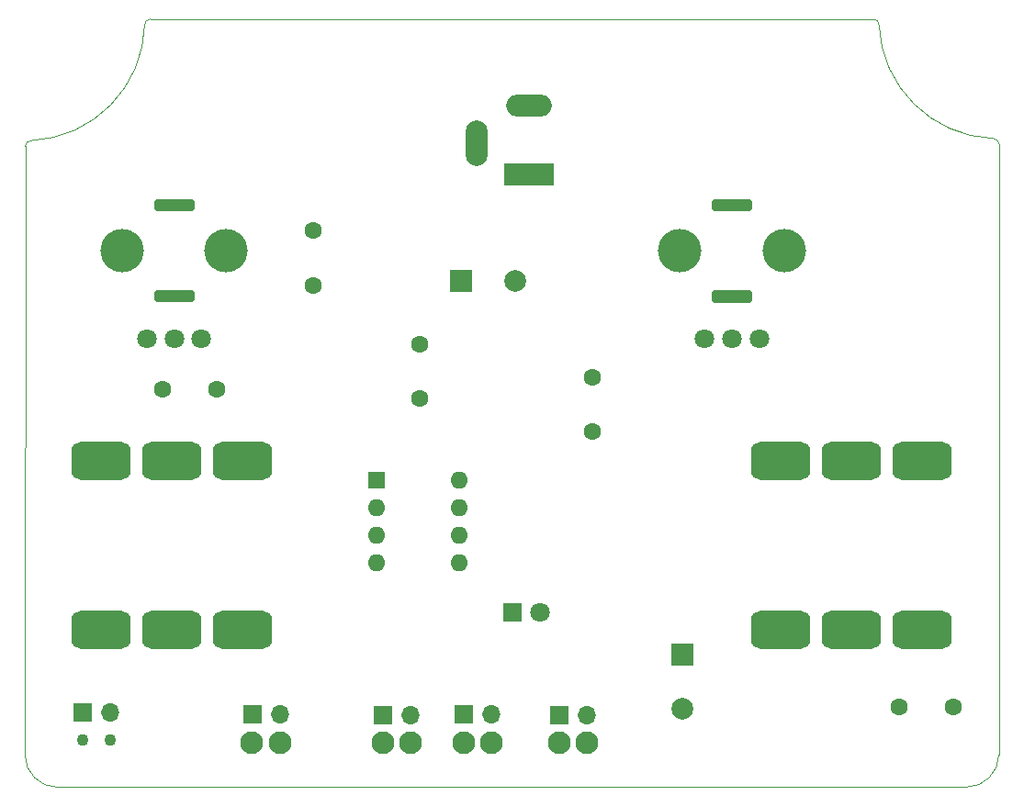
<source format=gbr>
%TF.GenerationSoftware,KiCad,Pcbnew,(6.0.0-0)*%
%TF.CreationDate,2022-01-31T16:21:45-05:00*%
%TF.ProjectId,Valve Wizard Cab Sim,56616c76-6520-4576-997a-617264204361,rev?*%
%TF.SameCoordinates,PX187ff90PY69be500*%
%TF.FileFunction,Soldermask,Bot*%
%TF.FilePolarity,Negative*%
%FSLAX46Y46*%
G04 Gerber Fmt 4.6, Leading zero omitted, Abs format (unit mm)*
G04 Created by KiCad (PCBNEW (6.0.0-0)) date 2022-01-31 16:21:45*
%MOMM*%
%LPD*%
G01*
G04 APERTURE LIST*
G04 Aperture macros list*
%AMRoundRect*
0 Rectangle with rounded corners*
0 $1 Rounding radius*
0 $2 $3 $4 $5 $6 $7 $8 $9 X,Y pos of 4 corners*
0 Add a 4 corners polygon primitive as box body*
4,1,4,$2,$3,$4,$5,$6,$7,$8,$9,$2,$3,0*
0 Add four circle primitives for the rounded corners*
1,1,$1+$1,$2,$3*
1,1,$1+$1,$4,$5*
1,1,$1+$1,$6,$7*
1,1,$1+$1,$8,$9*
0 Add four rect primitives between the rounded corners*
20,1,$1+$1,$2,$3,$4,$5,0*
20,1,$1+$1,$4,$5,$6,$7,0*
20,1,$1+$1,$6,$7,$8,$9,0*
20,1,$1+$1,$8,$9,$2,$3,0*%
G04 Aperture macros list end*
%TA.AperFunction,Profile*%
%ADD10C,0.100000*%
%TD*%
%TA.AperFunction,Profile*%
%ADD11C,0.500000*%
%TD*%
%ADD12C,1.600000*%
%ADD13C,2.100000*%
%ADD14R,1.700000X1.700000*%
%ADD15O,1.700000X1.700000*%
%ADD16R,2.000000X2.000000*%
%ADD17C,2.000000*%
%ADD18C,1.100000*%
%ADD19R,1.600000X1.600000*%
%ADD20O,1.600000X1.600000*%
%ADD21RoundRect,0.875000X-1.875000X0.875000X-1.875000X-0.875000X1.875000X-0.875000X1.875000X0.875000X0*%
%ADD22R,4.600000X2.000000*%
%ADD23O,4.200000X2.000000*%
%ADD24O,2.000000X4.200000*%
%ADD25RoundRect,0.875000X1.875000X-0.875000X1.875000X0.875000X-1.875000X0.875000X-1.875000X-0.875000X0*%
%ADD26C,1.800000*%
%ADD27C,4.000000*%
%ADD28R,1.800000X1.800000*%
G04 APERTURE END LIST*
D10*
X5360000Y11071320D02*
G75*
G03*
X8360000Y8071320I3000001J1D01*
G01*
X95150000Y67390000D02*
G75*
G03*
X94640000Y67900000I-510002J-2D01*
G01*
X5900624Y67700072D02*
G75*
G03*
X5390624Y67190072I2J-510002D01*
G01*
X5360000Y11071320D02*
X5390624Y67190072D01*
X16910624Y78900073D02*
G75*
G03*
X16400624Y78410696I-1J-510434D01*
G01*
X84098752Y78389376D02*
G75*
G03*
X83588752Y78899376I-510002J-2D01*
G01*
X92140000Y8071320D02*
X8360000Y8071320D01*
X5900624Y67700072D02*
G75*
G03*
X16400624Y78410696I-473508J10966267D01*
G01*
X92140000Y8071320D02*
G75*
G03*
X95140000Y11071320I-1J3000001D01*
G01*
X84098752Y78389376D02*
G75*
G03*
X94640000Y67900000I10950523J463299D01*
G01*
X95150000Y67390000D02*
X95140000Y11071320D01*
X16910624Y78900072D02*
X83588752Y78899376D01*
D11*
%TO.C,RV2*%
X68940000Y53020103D02*
X72140000Y53020103D01*
X72140000Y53020103D02*
X72140000Y53620103D01*
X72140000Y53620103D02*
X68940000Y53620103D01*
X68940000Y53620103D02*
X68940000Y53020103D01*
G36*
X68940000Y53020103D02*
G01*
X72140000Y53020103D01*
X72140000Y53620103D01*
X68940000Y53620103D01*
X68940000Y53020103D01*
G37*
X68940000Y61420103D02*
X72140000Y61420103D01*
X72140000Y61420103D02*
X72140000Y62020103D01*
X72140000Y62020103D02*
X68940000Y62020103D01*
X68940000Y62020103D02*
X68940000Y61420103D01*
G36*
X68940000Y61420103D02*
G01*
X72140000Y61420103D01*
X72140000Y62020103D01*
X68940000Y62020103D01*
X68940000Y61420103D01*
G37*
%TO.C,RV1*%
X17520000Y61430000D02*
X20720000Y61430000D01*
X20720000Y61430000D02*
X20720000Y62030000D01*
X20720000Y62030000D02*
X17520000Y62030000D01*
X17520000Y62030000D02*
X17520000Y61430000D01*
G36*
X17520000Y61430000D02*
G01*
X20720000Y61430000D01*
X20720000Y62030000D01*
X17520000Y62030000D01*
X17520000Y61430000D01*
G37*
X17520000Y53030000D02*
X20720000Y53030000D01*
X20720000Y53030000D02*
X20720000Y53630000D01*
X20720000Y53630000D02*
X17520000Y53630000D01*
X17520000Y53630000D02*
X17520000Y53030000D01*
G36*
X17520000Y53030000D02*
G01*
X20720000Y53030000D01*
X20720000Y53630000D01*
X17520000Y53630000D01*
X17520000Y53030000D01*
G37*
%TD*%
D12*
%TO.C,C6*%
X41760000Y48920000D03*
X41760000Y43920000D03*
%TD*%
D13*
%TO.C,J5*%
X38390000Y12190000D03*
X40940000Y12190000D03*
D14*
X38400000Y14750000D03*
D15*
X40940000Y14750000D03*
%TD*%
D12*
%TO.C,C9*%
X57660000Y40880000D03*
X57660000Y45880000D03*
%TD*%
D16*
%TO.C,C1*%
X45550000Y54750000D03*
D17*
X50550000Y54750000D03*
%TD*%
D18*
%TO.C,J4*%
X10690000Y12390000D03*
X13240000Y12390000D03*
D14*
X10700000Y14950000D03*
D15*
X13240000Y14950000D03*
%TD*%
D13*
%TO.C,J2*%
X54590000Y12190000D03*
X57140000Y12190000D03*
D14*
X54600000Y14750000D03*
D15*
X57140000Y14750000D03*
%TD*%
D19*
%TO.C,U1*%
X37810000Y36430000D03*
D20*
X37810000Y33890000D03*
X37810000Y31350000D03*
X37810000Y28810000D03*
X45430000Y28810000D03*
X45430000Y31350000D03*
X45430000Y33890000D03*
X45430000Y36430000D03*
%TD*%
D21*
%TO.C,J11*%
X81565000Y38149000D03*
X81565000Y22564000D03*
X88065000Y38149000D03*
X88065000Y22564000D03*
X75065000Y38149000D03*
X75065000Y22564000D03*
%TD*%
D12*
%TO.C,C12*%
X90971000Y15458000D03*
X85971000Y15458000D03*
%TD*%
D13*
%TO.C,J6*%
X48380000Y12210000D03*
X45830000Y12210000D03*
D14*
X45840000Y14770000D03*
D15*
X48380000Y14770000D03*
%TD*%
D16*
%TO.C,C11*%
X65949000Y20340000D03*
D17*
X65949000Y15340000D03*
%TD*%
D12*
%TO.C,C7*%
X31910000Y54380000D03*
X31910000Y59380000D03*
%TD*%
D22*
%TO.C,J3*%
X51835000Y64600000D03*
D23*
X51835000Y70900000D03*
D24*
X47035000Y67500000D03*
%TD*%
D12*
%TO.C,C5*%
X23010000Y44772500D03*
X18010000Y44772500D03*
%TD*%
D13*
%TO.C,J1*%
X28850000Y12210000D03*
X26300000Y12210000D03*
D14*
X26310000Y14770000D03*
D15*
X28850000Y14770000D03*
%TD*%
D25*
%TO.C,J10*%
X18915000Y22599000D03*
X18915000Y38184000D03*
X12415000Y22599000D03*
X12415000Y38184000D03*
X25415000Y22599000D03*
X25415000Y38184000D03*
%TD*%
D26*
%TO.C,RV2*%
X68040000Y49390103D03*
X70540000Y49390103D03*
X73040000Y49390103D03*
D27*
X75340000Y57520103D03*
X65740000Y57520103D03*
%TD*%
D28*
%TO.C,D3*%
X50275000Y24200000D03*
D26*
X52815000Y24200000D03*
%TD*%
%TO.C,RV1*%
X16620000Y49400000D03*
X19120000Y49400000D03*
X21620000Y49400000D03*
D27*
X23920000Y57530000D03*
X14320000Y57530000D03*
%TD*%
M02*

</source>
